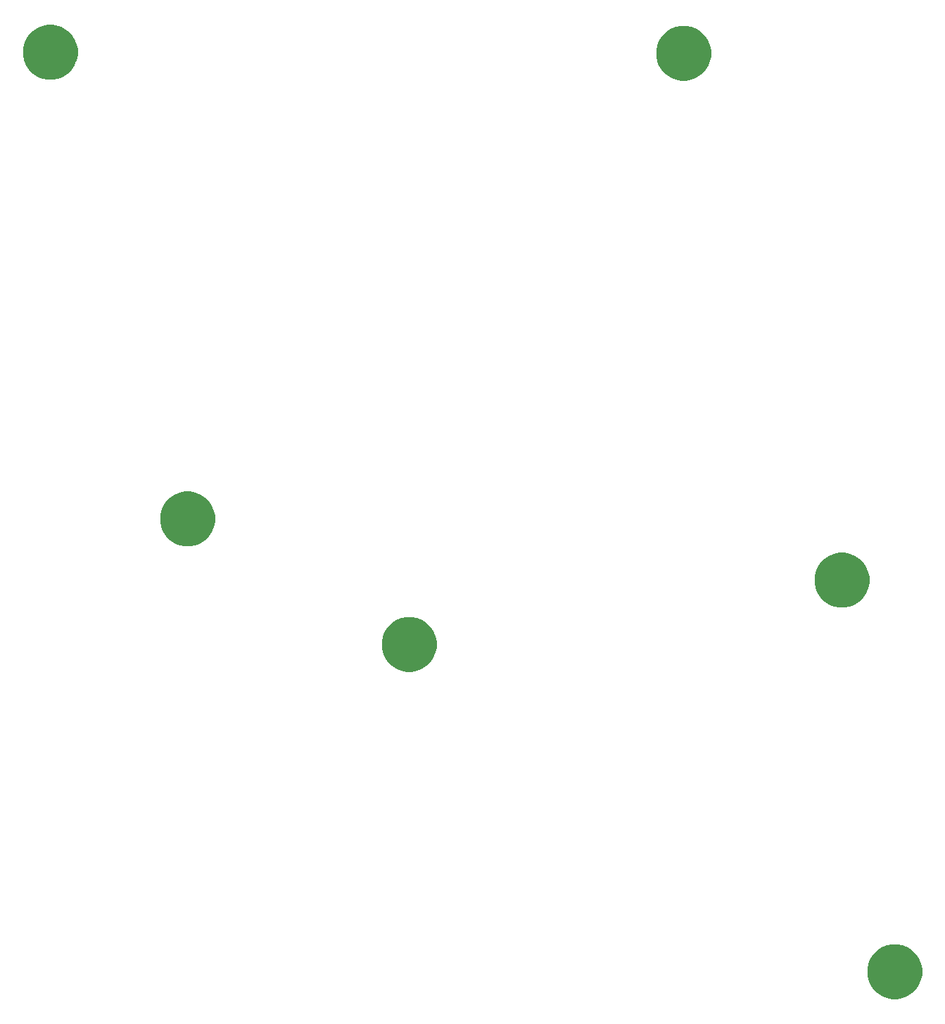
<source format=gts>
G04 #@! TF.GenerationSoftware,KiCad,Pcbnew,(5.1.4-0)*
G04 #@! TF.CreationDate,2021-02-08T09:21:35-05:00*
G04 #@! TF.ProjectId,mxnatee_bot_plate,6d786e61-7465-4655-9f62-6f745f706c61,rev?*
G04 #@! TF.SameCoordinates,Original*
G04 #@! TF.FileFunction,Soldermask,Top*
G04 #@! TF.FilePolarity,Negative*
%FSLAX46Y46*%
G04 Gerber Fmt 4.6, Leading zero omitted, Abs format (unit mm)*
G04 Created by KiCad (PCBNEW (5.1.4-0)) date 2021-02-08 09:21:35*
%MOMM*%
%LPD*%
G04 APERTURE LIST*
%ADD10C,0.100000*%
G04 APERTURE END LIST*
D10*
G36*
X130121865Y-142367855D02*
G01*
X130722608Y-142616691D01*
X130722610Y-142616692D01*
X131263265Y-142977946D01*
X131723054Y-143437735D01*
X132084308Y-143978390D01*
X132084309Y-143978392D01*
X132333145Y-144579135D01*
X132460000Y-145216879D01*
X132460000Y-145867121D01*
X132333145Y-146504865D01*
X132084309Y-147105608D01*
X132084308Y-147105610D01*
X131723054Y-147646265D01*
X131263265Y-148106054D01*
X130722610Y-148467308D01*
X130722609Y-148467309D01*
X130722608Y-148467309D01*
X130121865Y-148716145D01*
X129484121Y-148843000D01*
X128833879Y-148843000D01*
X128196135Y-148716145D01*
X127595392Y-148467309D01*
X127595391Y-148467309D01*
X127595390Y-148467308D01*
X127054735Y-148106054D01*
X126594946Y-147646265D01*
X126233692Y-147105610D01*
X126233691Y-147105608D01*
X125984855Y-146504865D01*
X125858000Y-145867121D01*
X125858000Y-145216879D01*
X125984855Y-144579135D01*
X126233691Y-143978392D01*
X126233692Y-143978390D01*
X126594946Y-143437735D01*
X127054735Y-142977946D01*
X127595390Y-142616692D01*
X127595392Y-142616691D01*
X128196135Y-142367855D01*
X128833879Y-142241000D01*
X129484121Y-142241000D01*
X130121865Y-142367855D01*
X130121865Y-142367855D01*
G37*
G36*
X71701865Y-102997855D02*
G01*
X72302608Y-103246691D01*
X72302610Y-103246692D01*
X72843265Y-103607946D01*
X73303054Y-104067735D01*
X73664308Y-104608390D01*
X73664309Y-104608392D01*
X73913145Y-105209135D01*
X74040000Y-105846879D01*
X74040000Y-106497121D01*
X73913145Y-107134865D01*
X73664309Y-107735608D01*
X73664308Y-107735610D01*
X73303054Y-108276265D01*
X72843265Y-108736054D01*
X72302610Y-109097308D01*
X72302609Y-109097309D01*
X72302608Y-109097309D01*
X71701865Y-109346145D01*
X71064121Y-109473000D01*
X70413879Y-109473000D01*
X69776135Y-109346145D01*
X69175392Y-109097309D01*
X69175391Y-109097309D01*
X69175390Y-109097308D01*
X68634735Y-108736054D01*
X68174946Y-108276265D01*
X67813692Y-107735610D01*
X67813691Y-107735608D01*
X67564855Y-107134865D01*
X67438000Y-106497121D01*
X67438000Y-105846879D01*
X67564855Y-105209135D01*
X67813691Y-104608392D01*
X67813692Y-104608390D01*
X68174946Y-104067735D01*
X68634735Y-103607946D01*
X69175390Y-103246692D01*
X69175392Y-103246691D01*
X69776135Y-102997855D01*
X70413879Y-102871000D01*
X71064121Y-102871000D01*
X71701865Y-102997855D01*
X71701865Y-102997855D01*
G37*
G36*
X123771865Y-95250855D02*
G01*
X124372608Y-95499691D01*
X124372610Y-95499692D01*
X124913265Y-95860946D01*
X125373054Y-96320735D01*
X125734308Y-96861390D01*
X125734309Y-96861392D01*
X125983145Y-97462135D01*
X126110000Y-98099879D01*
X126110000Y-98750121D01*
X125983145Y-99387865D01*
X125734309Y-99988608D01*
X125734308Y-99988610D01*
X125373054Y-100529265D01*
X124913265Y-100989054D01*
X124372610Y-101350308D01*
X124372609Y-101350309D01*
X124372608Y-101350309D01*
X123771865Y-101599145D01*
X123134121Y-101726000D01*
X122483879Y-101726000D01*
X121846135Y-101599145D01*
X121245392Y-101350309D01*
X121245391Y-101350309D01*
X121245390Y-101350308D01*
X120704735Y-100989054D01*
X120244946Y-100529265D01*
X119883692Y-99988610D01*
X119883691Y-99988608D01*
X119634855Y-99387865D01*
X119508000Y-98750121D01*
X119508000Y-98099879D01*
X119634855Y-97462135D01*
X119883691Y-96861392D01*
X119883692Y-96861390D01*
X120244946Y-96320735D01*
X120704735Y-95860946D01*
X121245390Y-95499692D01*
X121245392Y-95499691D01*
X121846135Y-95250855D01*
X122483879Y-95124000D01*
X123134121Y-95124000D01*
X123771865Y-95250855D01*
X123771865Y-95250855D01*
G37*
G36*
X45031865Y-87884855D02*
G01*
X45632608Y-88133691D01*
X45632610Y-88133692D01*
X46173265Y-88494946D01*
X46633054Y-88954735D01*
X46994308Y-89495390D01*
X46994309Y-89495392D01*
X47243145Y-90096135D01*
X47370000Y-90733879D01*
X47370000Y-91384121D01*
X47243145Y-92021865D01*
X46994309Y-92622608D01*
X46994308Y-92622610D01*
X46633054Y-93163265D01*
X46173265Y-93623054D01*
X45632610Y-93984308D01*
X45632609Y-93984309D01*
X45632608Y-93984309D01*
X45031865Y-94233145D01*
X44394121Y-94360000D01*
X43743879Y-94360000D01*
X43106135Y-94233145D01*
X42505392Y-93984309D01*
X42505391Y-93984309D01*
X42505390Y-93984308D01*
X41964735Y-93623054D01*
X41504946Y-93163265D01*
X41143692Y-92622610D01*
X41143691Y-92622608D01*
X40894855Y-92021865D01*
X40768000Y-91384121D01*
X40768000Y-90733879D01*
X40894855Y-90096135D01*
X41143691Y-89495392D01*
X41143692Y-89495390D01*
X41504946Y-88954735D01*
X41964735Y-88494946D01*
X42505390Y-88133692D01*
X42505392Y-88133691D01*
X43106135Y-87884855D01*
X43743879Y-87758000D01*
X44394121Y-87758000D01*
X45031865Y-87884855D01*
X45031865Y-87884855D01*
G37*
G36*
X104721865Y-31877855D02*
G01*
X105322608Y-32126691D01*
X105322610Y-32126692D01*
X105863265Y-32487946D01*
X106323054Y-32947735D01*
X106684308Y-33488390D01*
X106684309Y-33488392D01*
X106933145Y-34089135D01*
X107060000Y-34726879D01*
X107060000Y-35377121D01*
X106933145Y-36014865D01*
X106736914Y-36488608D01*
X106684308Y-36615610D01*
X106323054Y-37156265D01*
X105863265Y-37616054D01*
X105322610Y-37977308D01*
X105322609Y-37977309D01*
X105322608Y-37977309D01*
X104721865Y-38226145D01*
X104084121Y-38353000D01*
X103433879Y-38353000D01*
X102796135Y-38226145D01*
X102195392Y-37977309D01*
X102195391Y-37977309D01*
X102195390Y-37977308D01*
X101654735Y-37616054D01*
X101194946Y-37156265D01*
X100833692Y-36615610D01*
X100781086Y-36488608D01*
X100584855Y-36014865D01*
X100458000Y-35377121D01*
X100458000Y-34726879D01*
X100584855Y-34089135D01*
X100833691Y-33488392D01*
X100833692Y-33488390D01*
X101194946Y-32947735D01*
X101654735Y-32487946D01*
X102195390Y-32126692D01*
X102195392Y-32126691D01*
X102796135Y-31877855D01*
X103433879Y-31751000D01*
X104084121Y-31751000D01*
X104721865Y-31877855D01*
X104721865Y-31877855D01*
G37*
G36*
X28521865Y-31750855D02*
G01*
X28828472Y-31877856D01*
X29122610Y-31999692D01*
X29663265Y-32360946D01*
X30123054Y-32820735D01*
X30207913Y-32947736D01*
X30484309Y-33361392D01*
X30733145Y-33962135D01*
X30860000Y-34599879D01*
X30860000Y-35250121D01*
X30733145Y-35887865D01*
X30680539Y-36014866D01*
X30484308Y-36488610D01*
X30123054Y-37029265D01*
X29663265Y-37489054D01*
X29122610Y-37850308D01*
X29122609Y-37850309D01*
X29122608Y-37850309D01*
X28521865Y-38099145D01*
X27884121Y-38226000D01*
X27233879Y-38226000D01*
X26596135Y-38099145D01*
X25995392Y-37850309D01*
X25995391Y-37850309D01*
X25995390Y-37850308D01*
X25454735Y-37489054D01*
X24994946Y-37029265D01*
X24633692Y-36488610D01*
X24437461Y-36014866D01*
X24384855Y-35887865D01*
X24258000Y-35250121D01*
X24258000Y-34599879D01*
X24384855Y-33962135D01*
X24633691Y-33361392D01*
X24910087Y-32947736D01*
X24994946Y-32820735D01*
X25454735Y-32360946D01*
X25995390Y-31999692D01*
X26289528Y-31877856D01*
X26596135Y-31750855D01*
X27233879Y-31624000D01*
X27884121Y-31624000D01*
X28521865Y-31750855D01*
X28521865Y-31750855D01*
G37*
M02*

</source>
